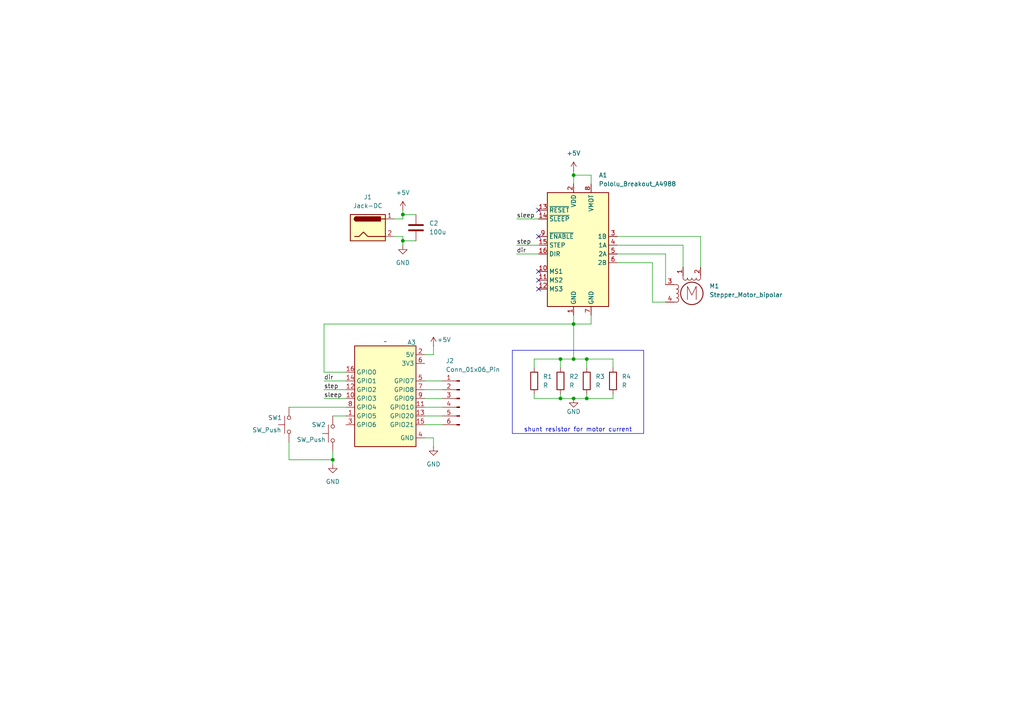
<source format=kicad_sch>
(kicad_sch (version 20231120) (generator "eeschema") (generator_version "8.0")
  (paper "A4")
  (lib_symbols
    (symbol "Connector:Conn_01x06_Pin" (pin_names (offset 1.016) hide)
      (property "Reference" "J" (at 0 7.62 0))
      (property "Value" "Conn_01x06_Pin" (at 0 -10.16 0))
      (symbol "Conn_01x06_Pin_1_1"
        (polyline (pts (xy 1.27 -7.62) (xy 0.8636 -7.62)) (stroke (width 0.1524)))
        (polyline (pts (xy 1.27 -5.08) (xy 0.8636 -5.08)) (stroke (width 0.1524)))
        (polyline (pts (xy 1.27 -2.54) (xy 0.8636 -2.54)) (stroke (width 0.1524)))
        (polyline (pts (xy 1.27 0) (xy 0.8636 0)) (stroke (width 0.1524)))
        (polyline (pts (xy 1.27 2.54) (xy 0.8636 2.54)) (stroke (width 0.1524)))
        (polyline (pts (xy 1.27 5.08) (xy 0.8636 5.08)) (stroke (width 0.1524)))
        (rectangle (start 0.8636 -7.493) (end 0 -7.747) (stroke (width 0.1524)) (fill (type outline)))
        (rectangle (start 0.8636 -4.953) (end 0 -5.207) (stroke (width 0.1524)) (fill (type outline)))
        (rectangle (start 0.8636 -2.413) (end 0 -2.667) (stroke (width 0.1524)) (fill (type outline)))
        (rectangle (start 0.8636 0.127) (end 0 -0.127) (stroke (width 0.1524)) (fill (type outline)))
        (rectangle (start 0.8636 2.667) (end 0 2.413) (stroke (width 0.1524)) (fill (type outline)))
        (rectangle (start 0.8636 5.207) (end 0 4.953) (stroke (width 0.1524)) (fill (type outline)))
        (pin passive line (at 5.08 5.08 180) (length 3.81) (name "Pin_1") (number "1"))
        (pin passive line (at 5.08 2.54 180) (length 3.81) (name "Pin_2") (number "2"))
        (pin passive line (at 5.08 0 180) (length 3.81) (name "Pin_3") (number "3"))
        (pin passive line (at 5.08 -2.54 180) (length 3.81) (name "Pin_4") (number "4"))
        (pin passive line (at 5.08 -5.08 180) (length 3.81) (name "Pin_5") (number "5"))
        (pin passive line (at 5.08 -7.62 180) (length 3.81) (name "Pin_6") (number "6"))
      )
    )
    (symbol "Connector:Jack-DC" (pin_names (offset 1.016))
      (property "Reference" "J" (at 0 5.334 0))
      (property "Value" "Jack-DC" (at 0 -5.08 0))
      (symbol "Jack-DC_0_1"
        (rectangle (start -5.08 3.81) (end 5.08 -3.81) (stroke (width 0.254)) (fill (type background)))
        (arc (start -3.302 3.175) (mid -3.9343 2.54) (end -3.302 1.905) (stroke (width 0.254)))
        (arc (start -3.302 3.175) (mid -3.9343 2.54) (end -3.302 1.905) (stroke (width 0.254)) (fill (type outline)))
        (polyline (pts (xy 5.08 2.54) (xy 3.81 2.54)) (stroke (width 0.254)))
        (polyline (pts (xy -3.81 -2.54) (xy -2.54 -2.54) (xy -1.27 -1.27) (xy 0 -2.54) (xy 2.54 -2.54) (xy 5.08 -2.54)) (stroke (width 0.254)))
        (rectangle (start 3.683 3.175) (end -3.302 1.905) (stroke (width 0.254)) (fill (type outline)))
      )
      (symbol "Jack-DC_1_1"
        (pin passive line (at 7.62 2.54 180) (length 2.54) (name "~") (number "1"))
        (pin passive line (at 7.62 -2.54 180) (length 2.54) (name "~") (number "2"))
      )
    )
    (symbol "Device:C" (pin_numbers hide) (pin_names (offset 0.254))
      (property "Reference" "C" (at 0.635 2.54 0))
      (property "Value" "C" (at 0.635 -2.54 0))
      (symbol "C_0_1"
        (polyline (pts (xy -2.032 -0.762) (xy 2.032 -0.762)) (stroke (width 0.508)))
        (polyline (pts (xy -2.032 0.762) (xy 2.032 0.762)) (stroke (width 0.508)))
      )
      (symbol "C_1_1"
        (pin passive line (at 0 3.81 270) (length 2.794) (name "~") (number "1"))
        (pin passive line (at 0 -3.81 90) (length 2.794) (name "~") (number "2"))
      )
    )
    (symbol "Device:R" (pin_numbers hide) (pin_names (offset 0))
      (property "Reference" "R" (at 2.032 0 90))
      (property "Value" "R" (at 0 0 90))
      (symbol "R_0_1"
        (rectangle (start -1.016 -2.54) (end 1.016 2.54) (stroke (width 0.254)))
      )
      (symbol "R_1_1"
        (pin passive line (at 0 3.81 270) (length 1.27) (name "~") (number "1"))
        (pin passive line (at 0 -3.81 90) (length 1.27) (name "~") (number "2"))
      )
    )
    (symbol "Driver_Motor:Pololu_Breakout_A4988"
      (property "Reference" "A" (at -2.54 19.05 0))
      (property "Value" "Pololu_Breakout_A4988" (at -2.54 16.51 0))
      (symbol "Pololu_Breakout_A4988_0_1"
        (rectangle (start 10.16 -17.78) (end -7.62 15.24) (stroke (width 0.254)) (fill (type background)))
      )
      (symbol "Pololu_Breakout_A4988_1_1"
        (pin power_in line (at 0 -20.32 90) (length 2.54) (name "GND") (number "1"))
        (pin input line (at -10.16 -7.62 0) (length 2.54) (name "MS1") (number "10"))
        (pin input line (at -10.16 -10.16 0) (length 2.54) (name "MS2") (number "11"))
        (pin input line (at -10.16 -12.7 0) (length 2.54) (name "MS3") (number "12"))
        (pin input line (at -10.16 10.16 0) (length 2.54) (name "~{RESET}") (number "13"))
        (pin input line (at -10.16 7.62 0) (length 2.54) (name "~{SLEEP}") (number "14"))
        (pin input line (at -10.16 0 0) (length 2.54) (name "STEP") (number "15"))
        (pin input line (at -10.16 -2.54 0) (length 2.54) (name "DIR") (number "16"))
        (pin power_in line (at 0 17.78 270) (length 2.54) (name "VDD") (number "2"))
        (pin output line (at 12.7 2.54 180) (length 2.54) (name "1B") (number "3"))
        (pin output line (at 12.7 0 180) (length 2.54) (name "1A") (number "4"))
        (pin output line (at 12.7 -2.54 180) (length 2.54) (name "2A") (number "5"))
        (pin output line (at 12.7 -5.08 180) (length 2.54) (name "2B") (number "6"))
        (pin power_in line (at 5.08 -20.32 90) (length 2.54) (name "GND") (number "7"))
        (pin power_in line (at 5.08 17.78 270) (length 2.54) (name "VMOT") (number "8"))
        (pin input line (at -10.16 2.54 0) (length 2.54) (name "~{ENABLE}") (number "9"))
      )
    )
    (symbol "Motor:Stepper_Motor_bipolar" (pin_names (offset 0) hide)
      (property "Reference" "M" (at 3.81 2.54 0))
      (property "Value" "Stepper_Motor_bipolar" (at 3.81 1.27 0))
      (symbol "Stepper_Motor_bipolar_0_0"
        (polyline (pts (xy -1.27 -1.778) (xy -1.27 2.032) (xy 0 -0.508) (xy 1.27 2.032) (xy 1.27 -1.778)))
      )
      (symbol "Stepper_Motor_bipolar_0_1"
        (arc (start -4.445 -2.54) (mid -3.8127 -1.905) (end -4.445 -1.27))
        (arc (start -4.445 -1.27) (mid -3.8127 -0.635) (end -4.445 0))
        (arc (start -4.445 0) (mid -3.8127 0.635) (end -4.445 1.27))
        (arc (start -4.445 1.27) (mid -3.8127 1.905) (end -4.445 2.54))
        (arc (start -2.54 4.445) (mid -1.905 3.8127) (end -1.27 4.445))
        (arc (start -1.27 4.445) (mid -0.635 3.8127) (end 0 4.445))
        (polyline (pts (xy -5.08 -2.54) (xy -4.445 -2.54)))
        (polyline (pts (xy -5.08 2.54) (xy -4.445 2.54)))
        (polyline (pts (xy -2.54 5.08) (xy -2.54 4.445)))
        (polyline (pts (xy 2.54 5.08) (xy 2.54 4.445)))
        (circle (center 0 0) (radius 3.2512) (stroke (width 0.254)))
        (arc (start 0 4.445) (mid 0.635 3.8127) (end 1.27 4.445))
        (arc (start 1.27 4.445) (mid 1.905 3.8127) (end 2.54 4.445))
      )
      (symbol "Stepper_Motor_bipolar_1_1"
        (pin passive line (at -2.54 7.62 270) (length 2.54) (name "~") (number "1"))
        (pin passive line (at 2.54 7.62 270) (length 2.54) (name "-") (number "2"))
        (pin passive line (at -7.62 2.54 0) (length 2.54) (name "~") (number "3"))
        (pin passive line (at -7.62 -2.54 0) (length 2.54) (name "~") (number "4"))
      )
    )
    (symbol "Switch:SW_Push" (pin_numbers hide) (pin_names (offset 1.016) hide)
      (property "Reference" "SW" (at 1.27 2.54 0))
      (property "Value" "SW_Push" (at 0 -1.524 0))
      (symbol "SW_Push_0_1"
        (circle (center -2.032 0) (radius 0.508))
        (polyline (pts (xy 0 1.27) (xy 0 3.048)))
        (polyline (pts (xy 2.54 1.27) (xy -2.54 1.27)))
        (circle (center 2.032 0) (radius 0.508))
        (pin passive line (at -5.08 0 0) (length 2.54) (name "1") (number "1"))
        (pin passive line (at 5.08 0 180) (length 2.54) (name "2") (number "2"))
      )
    )
    (symbol "power:+5V" (power) (pin_numbers hide) (pin_names (offset 0) hide)
      (property "Value" "+5V" (at 0 3.556 0))
      (symbol "+5V_0_1"
        (polyline (pts (xy -0.762 1.27) (xy 0 2.54)))
        (polyline (pts (xy 0 0) (xy 0 2.54)))
        (polyline (pts (xy 0 2.54) (xy 0.762 1.27)))
      )
      (symbol "+5V_1_1"
        (pin power_in line (at 0 0 90) (length 0) (name "~") (number "1"))
      )
    )
    (symbol "power:GND" (power) (pin_numbers hide) (pin_names (offset 0) hide)
      (property "Value" "GND" (at 0 -3.81 0))
      (symbol "GND_0_1"
        (polyline (pts (xy 0 0) (xy 0 -1.27) (xy 1.27 -1.27) (xy 0 -2.54) (xy -1.27 -1.27) (xy 0 -1.27)))
      )
      (symbol "GND_1_1"
        (pin power_in line (at 0 0 270) (length 0) (name "~") (number "1"))
      )
    )
    (symbol "smartBlind_sym:esp32-c3-supermini"
      (property "Reference" "A" (at 8.382 10.922 0))
      (symbol "esp32-c3-supermini_1_1"
        (rectangle (start -8.89 10.16) (end 8.89 -19.05) (stroke (width 0.254)) (fill (type background)))
        (pin bidirectional line (at -11.43 -10.16 0) (length 2.54) (name "GPIO5") (number "1"))
        (pin bidirectional line (at -11.43 -5.08 0) (length 2.54) (name "GPIO3") (number "10"))
        (pin bidirectional line (at 11.43 -7.62 180) (length 2.54) (name "GPIO10") (number "11"))
        (pin bidirectional line (at -11.43 -2.54 0) (length 2.54) (name "GPIO2") (number "12"))
        (pin bidirectional line (at 11.43 -10.16 180) (length 2.54) (name "GPIO20") (number "13"))
        (pin bidirectional line (at -11.43 0 0) (length 2.54) (name "GPIO1") (number "14"))
        (pin bidirectional line (at 11.43 -12.7 180) (length 2.54) (name "GPIO21") (number "15"))
        (pin bidirectional line (at -11.43 2.54 0) (length 2.54) (name "GPIO0") (number "16"))
        (pin input line (at 11.43 7.62 180) (length 2.54) (name "5V") (number "2"))
        (pin bidirectional line (at -11.43 -12.7 0) (length 2.54) (name "GPIO6") (number "3"))
        (pin power_in line (at 11.43 -16.51 180) (length 2.54) (name "GND") (number "4"))
        (pin bidirectional line (at 11.43 0 180) (length 2.54) (name "GPIO7") (number "5"))
        (pin input line (at 11.43 5.08 180) (length 2.54) (name "3V3") (number "6"))
        (pin bidirectional line (at 11.43 -2.54 180) (length 2.54) (name "GPIO8") (number "7"))
        (pin bidirectional line (at -11.43 -7.62 0) (length 2.54) (name "GPIO4") (number "8"))
        (pin bidirectional line (at 11.43 -5.08 180) (length 2.54) (name "GPIO9") (number "9"))
      )
    )
  )
  (junction (at 166.37 104.14))
  (junction (at 96.52 133.35))
  (junction (at 170.18 115.57))
  (junction (at 166.37 93.98))
  (junction (at 170.18 104.14))
  (junction (at 166.37 50.8))
  (junction (at 116.84 62.23))
  (junction (at 166.37 115.57))
  (junction (at 162.56 104.14))
  (junction (at 116.84 69.85))
  (junction (at 162.56 115.57))
  (no_connect (at 156.21 81.28))
  (no_connect (at 156.21 78.74))
  (no_connect (at 156.21 83.82))
  (no_connect (at 156.21 60.96))
  (no_connect (at 156.21 68.58))
  (wire (pts (xy 177.8 115.57) (xy 170.18 115.57)))
  (wire (pts (xy 128.27 120.65) (xy 123.19 120.65)))
  (wire (pts (xy 114.3 68.58) (xy 116.84 68.58)))
  (wire (pts (xy 154.94 115.57) (xy 162.56 115.57)))
  (wire (pts (xy 166.37 91.44) (xy 166.37 93.98)))
  (wire (pts (xy 96.52 120.65) (xy 100.33 120.65)))
  (wire (pts (xy 189.23 87.63) (xy 189.23 76.2)))
  (wire (pts (xy 83.82 118.11) (xy 100.33 118.11)))
  (wire (pts (xy 149.86 63.5) (xy 156.21 63.5)))
  (wire (pts (xy 203.2 77.47) (xy 203.2 68.58)))
  (wire (pts (xy 116.84 68.58) (xy 116.84 69.85)))
  (wire (pts (xy 93.98 93.98) (xy 166.37 93.98)))
  (wire (pts (xy 162.56 115.57) (xy 166.37 115.57)))
  (wire (pts (xy 83.82 128.27) (xy 83.82 133.35)))
  (wire (pts (xy 83.82 133.35) (xy 96.52 133.35)))
  (wire (pts (xy 114.3 63.5) (xy 116.84 63.5)))
  (wire (pts (xy 193.04 82.55) (xy 193.04 73.66)))
  (wire (pts (xy 154.94 104.14) (xy 162.56 104.14)))
  (wire (pts (xy 177.8 114.3) (xy 177.8 115.57)))
  (wire (pts (xy 116.84 69.85) (xy 120.65 69.85)))
  (wire (pts (xy 128.27 110.49) (xy 123.19 110.49)))
  (wire (pts (xy 116.84 69.85) (xy 116.84 71.12)))
  (wire (pts (xy 125.73 127) (xy 125.73 129.54)))
  (wire (pts (xy 93.98 115.57) (xy 100.33 115.57)))
  (wire (pts (xy 128.27 118.11) (xy 123.19 118.11)))
  (wire (pts (xy 93.98 110.49) (xy 100.33 110.49)))
  (wire (pts (xy 166.37 93.98) (xy 166.37 104.14)))
  (wire (pts (xy 203.2 68.58) (xy 179.07 68.58)))
  (wire (pts (xy 125.73 102.87) (xy 125.73 100.33)))
  (wire (pts (xy 171.45 91.44) (xy 171.45 93.98)))
  (wire (pts (xy 170.18 104.14) (xy 166.37 104.14)))
  (wire (pts (xy 198.12 77.47) (xy 198.12 71.12)))
  (wire (pts (xy 171.45 50.8) (xy 166.37 50.8)))
  (wire (pts (xy 123.19 102.87) (xy 125.73 102.87)))
  (wire (pts (xy 171.45 53.34) (xy 171.45 50.8)))
  (wire (pts (xy 170.18 114.3) (xy 170.18 115.57)))
  (wire (pts (xy 116.84 63.5) (xy 116.84 62.23)))
  (wire (pts (xy 162.56 114.3) (xy 162.56 115.57)))
  (wire (pts (xy 93.98 113.03) (xy 100.33 113.03)))
  (wire (pts (xy 198.12 71.12) (xy 179.07 71.12)))
  (wire (pts (xy 177.8 106.68) (xy 177.8 104.14)))
  (wire (pts (xy 177.8 104.14) (xy 170.18 104.14)))
  (wire (pts (xy 123.19 127) (xy 125.73 127)))
  (wire (pts (xy 166.37 104.14) (xy 162.56 104.14)))
  (wire (pts (xy 154.94 106.68) (xy 154.94 104.14)))
  (wire (pts (xy 171.45 93.98) (xy 166.37 93.98)))
  (wire (pts (xy 170.18 106.68) (xy 170.18 104.14)))
  (wire (pts (xy 128.27 113.03) (xy 123.19 113.03)))
  (wire (pts (xy 116.84 62.23) (xy 120.65 62.23)))
  (wire (pts (xy 149.86 71.12) (xy 156.21 71.12)))
  (wire (pts (xy 193.04 87.63) (xy 189.23 87.63)))
  (wire (pts (xy 154.94 114.3) (xy 154.94 115.57)))
  (wire (pts (xy 189.23 76.2) (xy 179.07 76.2)))
  (wire (pts (xy 128.27 123.19) (xy 123.19 123.19)))
  (wire (pts (xy 93.98 107.95) (xy 93.98 93.98)))
  (wire (pts (xy 166.37 49.53) (xy 166.37 50.8)))
  (wire (pts (xy 179.07 73.66) (xy 193.04 73.66)))
  (wire (pts (xy 116.84 62.23) (xy 116.84 60.96)))
  (wire (pts (xy 149.86 73.66) (xy 156.21 73.66)))
  (wire (pts (xy 128.27 115.57) (xy 123.19 115.57)))
  (wire (pts (xy 96.52 130.81) (xy 96.52 133.35)))
  (wire (pts (xy 100.33 107.95) (xy 93.98 107.95)))
  (wire (pts (xy 166.37 50.8) (xy 166.37 53.34)))
  (wire (pts (xy 162.56 104.14) (xy 162.56 106.68)))
  (wire (pts (xy 96.52 133.35) (xy 96.52 134.62)))
  (wire (pts (xy 170.18 115.57) (xy 166.37 115.57)))
  (rectangle (start 148.59 101.6) (end 186.69 125.73))
  (text "shunt resistor for motor current\n" (at 167.64 124.714 0) (effects (font (size 1.27 1.27))))
  (label "dir" (at 93.98 110.49 0))
  (label "sleep" (at 93.98 115.57 0))
  (label "dir" (at 149.86 73.66 0))
  (label "sleep" (at 149.86 63.5 0))
  (label "step" (at 149.86 71.12 0))
  (label "step" (at 93.98 113.03 0))
  (symbol (lib_id "Device:R") (at 162.56 110.49 0) (unit 1)
    (property "Reference" "R2" (at 165.1 109.2199 0) (effects (justify left)))
    (property "Value" "R" (at 165.1 111.7599 0) (effects (justify left)))
    (property "Footprint" "Resistor_THT:R_Axial_DIN0204_L3.6mm_D1.6mm_P5.08mm_Horizontal" (effects (hide yes)))
    (property "Description" "Resistor" (effects (hide yes)))
  )
  (symbol (lib_id "Connector:Jack-DC") (at 106.68 66.04 0) (unit 1)
    (property "Reference" "J1" (at 106.68 57.15 0))
    (property "Value" "Jack-DC" (at 106.68 59.69 0))
    (property "Footprint" "Connector_PinHeader_2.54mm:PinHeader_1x02_P2.54mm_Vertical" (effects (hide yes)))
    (property "Description" "DC Barrel Jack" (effects (hide yes)))
  )
  (symbol (lib_id "Connector:Conn_01x06_Pin") (at 133.35 115.57 0) (mirror y) (unit 1)
    (property "Reference" "J2" (at 129.286 104.648 0) (effects (justify right)))
    (property "Value" "Conn_01x06_Pin" (at 129.286 107.188 0) (effects (justify right)))
    (property "Footprint" "Connector_PinHeader_2.54mm:PinHeader_1x06_P2.54mm_Vertical" (effects (hide yes)))
    (property "Description" "Generic connector, single row, 01x06, script generated" (effects (hide yes)))
  )
  (symbol (lib_id "power:GND") (at 125.73 129.54 0) (unit 1)
    (property "Reference" "#PWR07" (effects (hide yes)))
    (property "Value" "GND" (at 125.73 134.62 0))
    (property "Description" "Power symbol creates a global label with name \"GND\" , ground" (effects (hide yes)))
  )
  (symbol (lib_id "Device:R") (at 170.18 110.49 0) (unit 1)
    (property "Reference" "R3" (at 172.72 109.2199 0) (effects (justify left)))
    (property "Value" "R" (at 172.72 111.7599 0) (effects (justify left)))
    (property "Footprint" "Resistor_THT:R_Axial_DIN0204_L3.6mm_D1.6mm_P5.08mm_Horizontal" (effects (hide yes)))
    (property "Description" "Resistor" (effects (hide yes)))
  )
  (symbol (lib_id "power:GND") (at 166.37 115.57 0) (unit 1)
    (property "Reference" "#PWR03" (effects (hide yes)))
    (property "Value" "GND" (at 166.37 119.38 0))
    (property "Description" "Power symbol creates a global label with name \"GND\" , ground" (effects (hide yes)))
  )
  (symbol (lib_id "Switch:SW_Push") (at 96.52 125.73 90) (unit 1)
    (property "Reference" "SW2" (at 94.488 123.19 90) (effects (justify left)))
    (property "Value" "SW_Push" (at 94.488 127.508 90) (effects (justify left)))
    (property "Footprint" "Button_Switch_THT:SW_PUSH_6mm" (effects (hide yes)))
    (property "Description" "Push button switch, generic, two pins" (effects (hide yes)))
  )
  (symbol (lib_id "Device:R") (at 177.8 110.49 0) (unit 1)
    (property "Reference" "R4" (at 180.34 109.2199 0) (effects (justify left)))
    (property "Value" "R" (at 180.34 111.7599 0) (effects (justify left)))
    (property "Footprint" "Resistor_THT:R_Axial_DIN0204_L3.6mm_D1.6mm_P5.08mm_Horizontal" (effects (hide yes)))
    (property "Description" "Resistor" (effects (hide yes)))
  )
  (symbol (lib_id "power:+5V") (at 125.73 100.33 0) (unit 1)
    (property "Reference" "#PWR06" (effects (hide yes)))
    (property "Value" "+5V" (at 128.778 98.552 0))
    (property "Description" "Power symbol creates a global label with name \"+5V\"" (effects (hide yes)))
  )
  (symbol (lib_id "Switch:SW_Push") (at 83.82 123.19 90) (unit 1)
    (property "Reference" "SW1" (at 77.724 121.158 90) (effects (justify right)))
    (property "Value" "SW_Push" (at 73.152 124.714 90) (effects (justify right)))
    (property "Footprint" "Button_Switch_THT:SW_PUSH_6mm" (effects (hide yes)))
    (property "Description" "Push button switch, generic, two pins" (effects (hide yes)))
  )
  (symbol (lib_id "power:+5V") (at 166.37 49.53 0) (unit 1)
    (property "Reference" "#PWR04" (effects (hide yes)))
    (property "Value" "+5V" (at 166.37 44.45 0))
    (property "Description" "Power symbol creates a global label with name \"+5V\"" (effects (hide yes)))
  )
  (symbol (lib_id "smartBlind_sym:esp32-c3-supermini") (at 111.76 110.49 0) (unit 1)
    (property "Reference" "A3" (at 119.38 99.314 0))
    (property "Value" "~" (at 111.76 99.06 0))
    (property "Footprint" "smartBlind_pcb:esp32-c3-supermini" (effects (hide yes)))
  )
  (symbol (lib_id "Device:C") (at 120.65 66.04 180) (unit 1)
    (property "Reference" "C2" (at 124.46 64.7699 0) (effects (justify right)))
    (property "Value" "100u" (at 124.46 67.3099 0) (effects (justify right)))
    (property "Footprint" "Capacitor_THT:CP_Radial_D8.0mm_P2.50mm" (effects (hide yes)))
    (property "Description" "Unpolarized capacitor" (effects (hide yes)))
  )
  (symbol (lib_id "power:GND") (at 116.84 71.12 0) (unit 1)
    (property "Reference" "#PWR02" (effects (hide yes)))
    (property "Value" "GND" (at 116.84 76.2 0))
    (property "Description" "Power symbol creates a global label with name \"GND\" , ground" (effects (hide yes)))
  )
  (symbol (lib_id "power:+5V") (at 116.84 60.96 0) (unit 1)
    (property "Reference" "#PWR01" (effects (hide yes)))
    (property "Value" "+5V" (at 116.84 55.88 0))
    (property "Description" "Power symbol creates a global label with name \"+5V\"" (effects (hide yes)))
  )
  (symbol (lib_id "Motor:Stepper_Motor_bipolar") (at 200.66 85.09 0) (unit 1)
    (property "Reference" "M1" (at 205.74 82.969 0) (effects (justify left)))
    (property "Value" "Stepper_Motor_bipolar" (at 205.74 85.509 0) (effects (justify left)))
    (property "Footprint" "Connector_PinHeader_2.54mm:PinHeader_1x04_P2.54mm_Vertical" (effects (hide yes)))
    (property "Datasheet" "http://www.infineon.com/dgdl/Application-Note-TLE8110EE_driving_UniPolarStepperMotor_V1.1.pdf?fileId=db3a30431be39b97011be5d0aa0a00b0" (effects (hide yes)))
    (property "Description" "4-wire bipolar stepper motor" (effects (hide yes)))
  )
  (symbol (lib_id "power:GND") (at 96.52 134.62 0) (unit 1)
    (property "Reference" "#PWR05" (effects (hide yes)))
    (property "Value" "GND" (at 96.52 139.7 0))
    (property "Description" "Power symbol creates a global label with name \"GND\" , ground" (effects (hide yes)))
  )
  (symbol (lib_id "Device:R") (at 154.94 110.49 0) (unit 1)
    (property "Reference" "R1" (at 157.48 109.2199 0) (effects (justify left)))
    (property "Value" "R" (at 157.48 111.7599 0) (effects (justify left)))
    (property "Footprint" "Resistor_THT:R_Axial_DIN0204_L3.6mm_D1.6mm_P5.08mm_Horizontal" (effects (hide yes)))
    (property "Description" "Resistor" (effects (hide yes)))
  )
  (symbol (lib_id "Driver_Motor:Pololu_Breakout_A4988") (at 166.37 71.12 0) (unit 1)
    (property "Reference" "A1" (at 173.6441 50.8 0) (effects (justify left)))
    (property "Value" "Pololu_Breakout_A4988" (at 173.6441 53.34 0) (effects (justify left)))
    (property "Footprint" "Module:Pololu_Breakout-16_15.2x20.3mm" (effects (hide yes)))
    (property "Datasheet" "https://www.pololu.com/product/2980/pictures" (effects (hide yes)))
    (property "Description" "Pololu Breakout Board, Stepper Driver A4988" (effects (hide yes)))
  )
)
</source>
